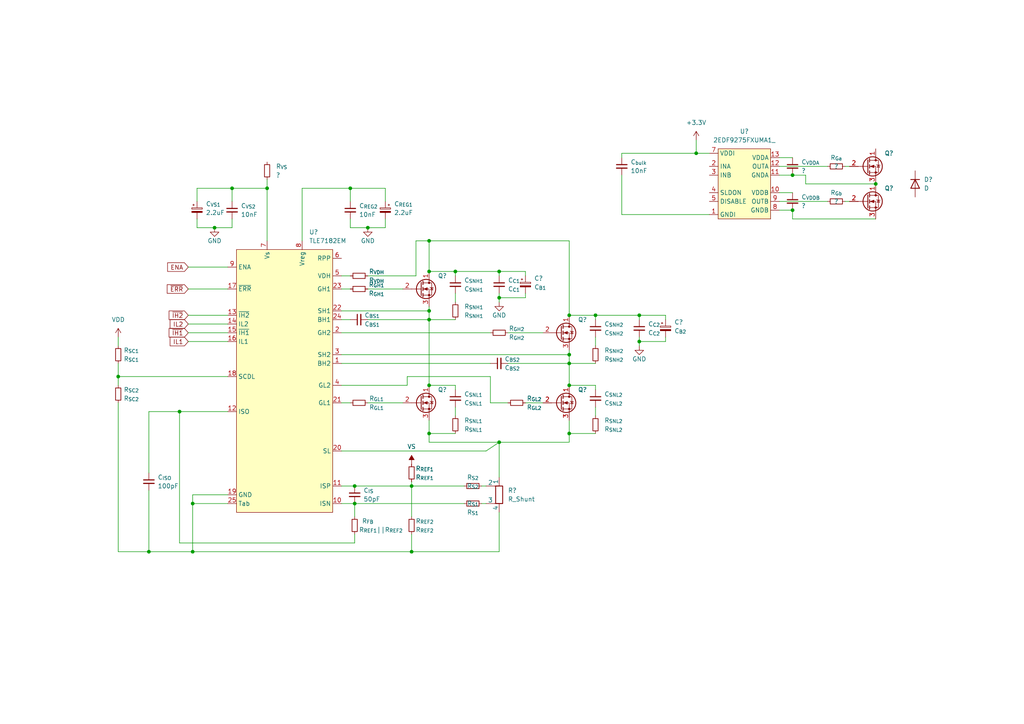
<source format=kicad_sch>
(kicad_sch (version 20211123) (generator eeschema)
  (paper "A4")
  (lib_symbols
    (symbol "Device:C_Polarized_Small" (pin_numbers hide) (pin_names (offset 0.254) hide)
      (property "Reference" "C" (at 0.254 1.778 0))
      (property "Value" "C_Polarized_Small" (at 0.254 -2.032 0))
      (symbol "C_Polarized_Small_0_1"
        (rectangle (start -1.524 -0.3048) (end 1.524 -0.6858) (fill (type outline)))
        (rectangle (start -1.524 0.6858) (end 1.524 0.3048))
        (polyline (pts (xy -1.27 1.524) (xy -0.762 1.524)))
        (polyline (pts (xy -1.016 1.27) (xy -1.016 1.778)))
      )
      (symbol "C_Polarized_Small_1_1"
        (pin passive line (at 0 2.54 270) (length 1.8542) (name "~") (number "1"))
        (pin passive line (at 0 -2.54 90) (length 1.8542) (name "~") (number "2"))
      )
    )
    (symbol "Device:C_Small" (pin_numbers hide) (pin_names (offset 0.254) hide)
      (property "Reference" "C" (at 0.254 1.778 0))
      (property "Value" "C_Small" (at 0.254 -2.032 0))
      (symbol "C_Small_0_1"
        (polyline (pts (xy -1.524 -0.508) (xy 1.524 -0.508)) (stroke (width 0.3302)))
        (polyline (pts (xy -1.524 0.508) (xy 1.524 0.508)) (stroke (width 0.3048)))
      )
      (symbol "C_Small_1_1"
        (pin passive line (at 0 2.54 270) (length 2.032) (name "~") (number "1"))
        (pin passive line (at 0 -2.54 90) (length 2.032) (name "~") (number "2"))
      )
    )
    (symbol "Device:D" (pin_numbers hide) (pin_names (offset 1.016) hide)
      (property "Reference" "D" (at 0 2.54 0))
      (property "Value" "D" (at 0 -2.54 0))
      (symbol "D_0_1"
        (polyline (pts (xy -1.27 1.27) (xy -1.27 -1.27)) (stroke (width 0.254)))
        (polyline (pts (xy 1.27 0) (xy -1.27 0)))
        (polyline (pts (xy 1.27 1.27) (xy 1.27 -1.27) (xy -1.27 0) (xy 1.27 1.27)) (stroke (width 0.254)))
      )
      (symbol "D_1_1"
        (pin passive line (at -3.81 0 0) (length 2.54) (name "K") (number "1"))
        (pin passive line (at 3.81 0 180) (length 2.54) (name "A") (number "2"))
      )
    )
    (symbol "Device:Q_NMOS_DGS" (pin_names (offset 0) hide)
      (property "Reference" "Q" (at 5.08 1.27 0))
      (property "Value" "Q_NMOS_DGS" (at 5.08 -1.27 0))
      (symbol "Q_NMOS_DGS_0_1"
        (polyline (pts (xy 0.254 0) (xy -2.54 0)))
        (polyline (pts (xy 0.254 1.905) (xy 0.254 -1.905)) (stroke (width 0.254)))
        (polyline (pts (xy 0.762 -1.27) (xy 0.762 -2.286)) (stroke (width 0.254)))
        (polyline (pts (xy 0.762 0.508) (xy 0.762 -0.508)) (stroke (width 0.254)))
        (polyline (pts (xy 0.762 2.286) (xy 0.762 1.27)) (stroke (width 0.254)))
        (polyline (pts (xy 2.54 2.54) (xy 2.54 1.778)))
        (polyline (pts (xy 2.54 -2.54) (xy 2.54 0) (xy 0.762 0)))
        (polyline (pts (xy 0.762 -1.778) (xy 3.302 -1.778) (xy 3.302 1.778) (xy 0.762 1.778)))
        (polyline (pts (xy 1.016 0) (xy 2.032 0.381) (xy 2.032 -0.381) (xy 1.016 0)) (fill (type outline)))
        (polyline (pts (xy 2.794 0.508) (xy 2.921 0.381) (xy 3.683 0.381) (xy 3.81 0.254)))
        (polyline (pts (xy 3.302 0.381) (xy 2.921 -0.254) (xy 3.683 -0.254) (xy 3.302 0.381)))
        (circle (center 1.651 0) (radius 2.794) (stroke (width 0.254)))
        (circle (center 2.54 -1.778) (radius 0.254) (fill (type outline)))
        (circle (center 2.54 1.778) (radius 0.254) (fill (type outline)))
      )
      (symbol "Q_NMOS_DGS_1_1"
        (pin passive line (at 2.54 5.08 270) (length 2.54) (name "D") (number "1"))
        (pin input line (at -5.08 0 0) (length 2.54) (name "G") (number "2"))
        (pin passive line (at 2.54 -5.08 90) (length 2.54) (name "S") (number "3"))
      )
    )
    (symbol "Device:R_Shunt" (pin_numbers hide) (pin_names (offset 0))
      (property "Reference" "R" (at -4.445 0 90))
      (property "Value" "R_Shunt" (at -2.54 0 90))
      (symbol "R_Shunt_0_1"
        (rectangle (start -1.016 -2.54) (end 1.016 2.54) (stroke (width 0.254)))
        (polyline (pts (xy 0 -2.54) (xy 1.27 -2.54)))
        (polyline (pts (xy 1.27 2.54) (xy 0 2.54)))
      )
      (symbol "R_Shunt_1_1"
        (pin passive line (at 0 5.08 270) (length 2.54) (name "1") (number "1"))
        (pin passive line (at 3.81 2.54 180) (length 2.54) (name "2") (number "2"))
        (pin passive line (at 3.81 -2.54 180) (length 2.54) (name "3") (number "3"))
        (pin passive line (at 0 -5.08 90) (length 2.54) (name "4") (number "4"))
      )
    )
    (symbol "Device:R_Small" (pin_numbers hide) (pin_names (offset 0.254) hide)
      (property "Reference" "R" (at 0.762 0.508 0))
      (property "Value" "R_Small" (at 0.762 -1.016 0))
      (symbol "R_Small_0_1"
        (rectangle (start -0.762 1.778) (end 0.762 -1.778) (stroke (width 0.2032)))
      )
      (symbol "R_Small_1_1"
        (pin passive line (at 0 2.54 270) (length 0.762) (name "~") (number "1"))
        (pin passive line (at 0 -2.54 90) (length 0.762) (name "~") (number "2"))
      )
    )
    (symbol "MySymbols:2EDF9275FXUMA1_"
      (property "Reference" "U" (at -6.35 10.16 0))
      (property "Value" "2EDF9275FXUMA1_" (at 1.27 -12.7 0))
      (symbol "2EDF9275FXUMA1__0_1"
        (rectangle (start -7.62 8.89) (end 7.62 -11.43) (fill (type background)))
      )
      (symbol "2EDF9275FXUMA1__1_1"
        (pin input line (at -10.16 -10.16 0) (length 2.54) (name "GNDI") (number "1"))
        (pin output line (at 10.16 -3.81 180) (length 2.54) (name "VDDB") (number "10"))
        (pin output line (at 10.16 1.27 180) (length 2.54) (name "GNDA") (number "11"))
        (pin output line (at 10.16 3.81 180) (length 2.54) (name "OUTA") (number "12"))
        (pin power_in line (at 10.16 6.35 180) (length 2.54) (name "VDDA") (number "13"))
        (pin input line (at -10.16 3.81 0) (length 2.54) (name "INA") (number "2"))
        (pin input line (at -10.16 1.27 0) (length 2.54) (name "INB") (number "3"))
        (pin input line (at -10.16 -3.81 0) (length 2.54) (name "SLDON") (number "4"))
        (pin input line (at -10.16 -6.35 0) (length 2.54) (name "DISABLE") (number "5"))
        (pin no_connect line (at 0 -13.97 90) (length 2.54) hide (name "N.C.") (number "6"))
        (pin power_in line (at -10.16 7.62 0) (length 2.54) (name "VDDI") (number "7"))
        (pin unspecified line (at 10.16 -8.89 180) (length 2.54) (name "GNDB") (number "8"))
        (pin output line (at 10.16 -6.35 180) (length 2.54) (name "OUTB") (number "9"))
      )
    )
    (symbol "MySymbols:TLE7182EM"
      (property "Reference" "U" (at -12.7 11.43 0))
      (property "Value" "TLE7182EM" (at 11.43 11.43 0))
      (symbol "TLE7182EM_0_1"
        (rectangle (start -13.97 10.16) (end 13.97 -66.04) (fill (type background)))
      )
      (symbol "TLE7182EM_1_1"
        (pin input line (at 16.51 -22.86 180) (length 2.54) (name "BH2") (number "1"))
        (pin input line (at 16.51 -63.5 180) (length 2.54) (name "ISN") (number "10"))
        (pin input line (at 16.51 -58.42 180) (length 2.54) (name "ISP") (number "11"))
        (pin output line (at -16.51 -36.83 0) (length 2.54) (name "ISO") (number "12"))
        (pin input line (at -16.51 -8.89 0) (length 2.54) (name "~{IH2}") (number "13"))
        (pin input line (at -16.51 -11.43 0) (length 2.54) (name "IL2") (number "14"))
        (pin input line (at -16.51 -13.97 0) (length 2.54) (name "~{IH1}") (number "15"))
        (pin input line (at -16.51 -16.51 0) (length 2.54) (name "IL1") (number "16"))
        (pin input line (at -16.51 -1.27 0) (length 2.54) (name "~{ERR}") (number "17"))
        (pin input line (at -16.51 -26.67 0) (length 2.54) (name "SCDL") (number "18"))
        (pin unspecified line (at -16.51 -60.96 0) (length 2.54) (name "GND") (number "19"))
        (pin output line (at 16.51 -13.97 180) (length 2.54) (name "GH2") (number "2"))
        (pin input line (at 16.51 -48.26 180) (length 2.54) (name "SL") (number "20"))
        (pin output line (at 16.51 -34.29 180) (length 2.54) (name "GL1") (number "21"))
        (pin input line (at 16.51 -7.62 180) (length 2.54) (name "SH1") (number "22"))
        (pin output line (at 16.51 -1.27 180) (length 2.54) (name "GH1") (number "23"))
        (pin input line (at 16.51 -10.16 180) (length 2.54) (name "BH1") (number "24"))
        (pin output line (at -16.51 -63.5 0) (length 2.54) (name "Tab") (number "25"))
        (pin input line (at 16.51 -20.32 180) (length 2.54) (name "SH2") (number "3"))
        (pin output line (at 16.51 -29.21 180) (length 2.54) (name "GL2") (number "4"))
        (pin input line (at 16.51 2.54 180) (length 2.54) (name "VDH") (number "5"))
        (pin power_out line (at 16.51 7.62 180) (length 2.54) (name "RPP") (number "6"))
        (pin power_in line (at -5.08 12.7 270) (length 2.54) (name "Vs") (number "7"))
        (pin power_out line (at 5.08 12.7 270) (length 2.54) (name "Vreg") (number "8"))
        (pin input line (at -16.51 5.08 0) (length 2.54) (name "ENA") (number "9"))
      )
    )
    (symbol "power:+3.3V" (power) (pin_names (offset 0))
      (property "Value" "+3.3V" (at 0 3.556 0))
      (symbol "+3.3V_0_1"
        (polyline (pts (xy -0.762 1.27) (xy 0 2.54)))
        (polyline (pts (xy 0 0) (xy 0 2.54)))
        (polyline (pts (xy 0 2.54) (xy 0.762 1.27)))
      )
      (symbol "+3.3V_1_1"
        (pin power_in line (at 0 0 90) (length 0) hide (name "+3.3V") (number "1"))
      )
    )
    (symbol "power:GND" (power) (pin_names (offset 0))
      (property "Value" "GND" (at 0 -3.81 0))
      (symbol "GND_0_1"
        (polyline (pts (xy 0 0) (xy 0 -1.27) (xy 1.27 -1.27) (xy 0 -2.54) (xy -1.27 -1.27) (xy 0 -1.27)))
      )
      (symbol "GND_1_1"
        (pin power_in line (at 0 0 270) (length 0) hide (name "GND") (number "1"))
      )
    )
    (symbol "power:VDD" (power) (pin_names (offset 0))
      (property "Value" "VDD" (at 0 3.81 0))
      (symbol "VDD_0_1"
        (polyline (pts (xy -0.762 1.27) (xy 0 2.54)))
        (polyline (pts (xy 0 0) (xy 0 2.54)))
        (polyline (pts (xy 0 2.54) (xy 0.762 1.27)))
      )
      (symbol "VDD_1_1"
        (pin power_in line (at 0 0 90) (length 0) hide (name "VDD") (number "1"))
      )
    )
    (symbol "power:VS" (power) (pin_names (offset 0))
      (property "Value" "VS" (at 0 3.81 0))
      (symbol "VS_0_1"
        (polyline (pts (xy 0 0) (xy 0 2.54)))
        (polyline (pts (xy 0.762 1.27) (xy -0.762 1.27) (xy 0 2.54) (xy 0.762 1.27)) (fill (type outline)))
      )
      (symbol "VS_1_1"
        (pin power_in line (at 0 0 90) (length 0) hide (name "VS") (number "1"))
      )
    )
  )
  (junction (at 124.46 69.85))
  (junction (at 124.46 125.73))
  (junction (at 62.23 66.04))
  (junction (at 144.78 128.27))
  (junction (at 102.87 146.05))
  (junction (at 124.46 111.76))
  (junction (at 106.68 66.04))
  (junction (at 185.42 91.44))
  (junction (at 144.78 86.36))
  (junction (at 185.42 99.06))
  (junction (at 43.18 160.02))
  (junction (at 77.47 54.61))
  (junction (at 165.1 111.76))
  (junction (at 144.78 78.74))
  (junction (at 172.72 91.44))
  (junction (at 119.38 160.02))
  (junction (at 132.08 78.74))
  (junction (at 124.46 90.17))
  (junction (at 102.87 140.97))
  (junction (at 165.1 125.73))
  (junction (at 52.07 119.38))
  (junction (at 55.88 146.05))
  (junction (at 119.38 140.97))
  (junction (at 101.6 54.61))
  (junction (at 165.1 102.87))
  (junction (at 55.88 160.02))
  (junction (at 124.46 78.74))
  (junction (at 165.1 91.44))
  (junction (at 67.31 54.61))
  (junction (at 254 53.34))
  (junction (at 165.1 105.41))
  (junction (at 229.87 50.8))
  (junction (at 34.29 109.22))
  (junction (at 201.93 44.45))
  (junction (at 124.46 92.71))
  (junction (at 229.87 60.96))
  (wire (pts (xy 193.04 99.06) (xy 185.42 99.06)))
  (wire (pts (xy 152.4 85.09) (xy 152.4 86.36)))
  (wire (pts (xy 144.78 128.27) (xy 165.1 128.27)))
  (wire (pts (xy 201.93 44.45) (xy 201.93 40.64)))
  (wire (pts (xy 144.78 160.02) (xy 144.78 148.59)))
  (wire (pts (xy 120.65 69.85) (xy 120.65 80.01)))
  (wire (pts (xy 102.87 157.48) (xy 52.07 157.48)))
  (wire (pts (xy 172.72 113.03) (xy 172.72 111.76)))
  (wire (pts (xy 144.78 85.09) (xy 144.78 86.36)))
  (wire (pts (xy 111.76 54.61) (xy 111.76 58.42)))
  (wire (pts (xy 57.15 54.61) (xy 57.15 58.42)))
  (wire (pts (xy 62.23 66.04) (xy 57.15 66.04)))
  (wire (pts (xy 99.06 116.84) (xy 101.6 116.84)))
  (wire (pts (xy 226.06 50.8) (xy 229.87 50.8)))
  (wire (pts (xy 67.31 54.61) (xy 67.31 58.42)))
  (wire (pts (xy 34.29 109.22) (xy 34.29 111.76)))
  (wire (pts (xy 139.7 146.05) (xy 140.97 146.05)))
  (wire (pts (xy 43.18 142.24) (xy 43.18 160.02)))
  (wire (pts (xy 226.06 60.96) (xy 229.87 60.96)))
  (wire (pts (xy 119.38 140.97) (xy 119.38 149.86)))
  (wire (pts (xy 99.06 83.82) (xy 101.6 83.82)))
  (wire (pts (xy 124.46 125.73) (xy 132.08 125.73)))
  (wire (pts (xy 119.38 154.94) (xy 119.38 160.02)))
  (wire (pts (xy 165.1 105.41) (xy 172.72 105.41)))
  (wire (pts (xy 185.42 97.79) (xy 185.42 99.06)))
  (wire (pts (xy 106.68 92.71) (xy 124.46 92.71)))
  (wire (pts (xy 165.1 105.41) (xy 165.1 111.76)))
  (wire (pts (xy 54.61 77.47) (xy 66.04 77.47)))
  (wire (pts (xy 233.68 50.8) (xy 233.68 53.34)))
  (wire (pts (xy 132.08 78.74) (xy 144.78 78.74)))
  (wire (pts (xy 124.46 92.71) (xy 124.46 111.76)))
  (wire (pts (xy 124.46 92.71) (xy 132.08 92.71)))
  (wire (pts (xy 99.06 102.87) (xy 165.1 102.87)))
  (wire (pts (xy 165.1 128.27) (xy 165.1 125.73)))
  (wire (pts (xy 101.6 63.5) (xy 101.6 66.04)))
  (wire (pts (xy 124.46 111.76) (xy 132.08 111.76)))
  (wire (pts (xy 172.72 91.44) (xy 185.42 91.44)))
  (wire (pts (xy 102.87 146.05) (xy 102.87 149.86)))
  (wire (pts (xy 226.06 58.42) (xy 240.03 58.42)))
  (wire (pts (xy 245.11 58.42) (xy 246.38 58.42)))
  (wire (pts (xy 226.06 48.26) (xy 240.03 48.26)))
  (wire (pts (xy 205.74 44.45) (xy 201.93 44.45)))
  (wire (pts (xy 57.15 63.5) (xy 57.15 66.04)))
  (wire (pts (xy 119.38 140.97) (xy 134.62 140.97)))
  (wire (pts (xy 99.06 92.71) (xy 101.6 92.71)))
  (wire (pts (xy 165.1 105.41) (xy 165.1 102.87)))
  (wire (pts (xy 124.46 121.92) (xy 124.46 125.73)))
  (wire (pts (xy 180.34 44.45) (xy 180.34 45.72)))
  (wire (pts (xy 55.88 146.05) (xy 55.88 160.02)))
  (wire (pts (xy 124.46 125.73) (xy 124.46 128.27)))
  (wire (pts (xy 147.32 116.84) (xy 142.24 116.84)))
  (wire (pts (xy 172.72 118.11) (xy 172.72 120.65)))
  (wire (pts (xy 106.68 116.84) (xy 116.84 116.84)))
  (wire (pts (xy 152.4 86.36) (xy 144.78 86.36)))
  (wire (pts (xy 144.78 78.74) (xy 152.4 78.74)))
  (wire (pts (xy 165.1 91.44) (xy 172.72 91.44)))
  (wire (pts (xy 67.31 66.04) (xy 62.23 66.04)))
  (wire (pts (xy 99.06 80.01) (xy 101.6 80.01)))
  (wire (pts (xy 193.04 91.44) (xy 193.04 92.71)))
  (wire (pts (xy 185.42 91.44) (xy 193.04 91.44)))
  (wire (pts (xy 106.68 80.01) (xy 120.65 80.01)))
  (wire (pts (xy 87.63 54.61) (xy 101.6 54.61)))
  (wire (pts (xy 132.08 118.11) (xy 132.08 120.65)))
  (wire (pts (xy 54.61 93.98) (xy 66.04 93.98)))
  (wire (pts (xy 99.06 96.52) (xy 142.24 96.52)))
  (wire (pts (xy 99.06 140.97) (xy 102.87 140.97)))
  (wire (pts (xy 124.46 90.17) (xy 99.06 90.17)))
  (wire (pts (xy 147.32 105.41) (xy 165.1 105.41)))
  (wire (pts (xy 99.06 146.05) (xy 102.87 146.05)))
  (wire (pts (xy 77.47 54.61) (xy 67.31 54.61)))
  (wire (pts (xy 124.46 128.27) (xy 144.78 128.27)))
  (wire (pts (xy 66.04 119.38) (xy 52.07 119.38)))
  (wire (pts (xy 185.42 99.06) (xy 185.42 100.33)))
  (wire (pts (xy 165.1 101.6) (xy 165.1 102.87)))
  (wire (pts (xy 172.72 97.79) (xy 172.72 100.33)))
  (wire (pts (xy 34.29 160.02) (xy 43.18 160.02)))
  (wire (pts (xy 67.31 63.5) (xy 67.31 66.04)))
  (wire (pts (xy 165.1 91.44) (xy 165.1 69.85)))
  (wire (pts (xy 172.72 92.71) (xy 172.72 91.44)))
  (wire (pts (xy 165.1 125.73) (xy 172.72 125.73)))
  (wire (pts (xy 132.08 80.01) (xy 132.08 78.74)))
  (wire (pts (xy 106.68 66.04) (xy 111.76 66.04)))
  (wire (pts (xy 52.07 119.38) (xy 52.07 157.48)))
  (wire (pts (xy 144.78 86.36) (xy 144.78 87.63)))
  (wire (pts (xy 165.1 69.85) (xy 124.46 69.85)))
  (wire (pts (xy 77.47 69.85) (xy 77.47 54.61)))
  (wire (pts (xy 43.18 160.02) (xy 55.88 160.02)))
  (wire (pts (xy 54.61 91.44) (xy 66.04 91.44)))
  (wire (pts (xy 144.78 80.01) (xy 144.78 78.74)))
  (wire (pts (xy 147.32 96.52) (xy 157.48 96.52)))
  (wire (pts (xy 34.29 97.79) (xy 34.29 100.33)))
  (wire (pts (xy 66.04 109.22) (xy 34.29 109.22)))
  (wire (pts (xy 132.08 113.03) (xy 132.08 111.76)))
  (wire (pts (xy 34.29 105.41) (xy 34.29 109.22)))
  (wire (pts (xy 118.11 109.22) (xy 118.11 111.76)))
  (wire (pts (xy 140.97 130.81) (xy 144.78 128.27)))
  (wire (pts (xy 124.46 78.74) (xy 132.08 78.74)))
  (wire (pts (xy 87.63 69.85) (xy 87.63 54.61)))
  (wire (pts (xy 152.4 78.74) (xy 152.4 80.01)))
  (wire (pts (xy 55.88 143.51) (xy 66.04 143.51)))
  (wire (pts (xy 120.65 69.85) (xy 124.46 69.85)))
  (wire (pts (xy 132.08 85.09) (xy 132.08 87.63)))
  (wire (pts (xy 111.76 63.5) (xy 111.76 66.04)))
  (wire (pts (xy 124.46 88.9) (xy 124.46 90.17)))
  (wire (pts (xy 34.29 116.84) (xy 34.29 160.02)))
  (wire (pts (xy 101.6 54.61) (xy 101.6 58.42)))
  (wire (pts (xy 165.1 121.92) (xy 165.1 125.73)))
  (wire (pts (xy 54.61 99.06) (xy 66.04 99.06)))
  (wire (pts (xy 119.38 160.02) (xy 144.78 160.02)))
  (wire (pts (xy 226.06 55.88) (xy 229.87 55.88)))
  (wire (pts (xy 124.46 69.85) (xy 124.46 78.74)))
  (wire (pts (xy 77.47 52.07) (xy 77.47 54.61)))
  (wire (pts (xy 52.07 119.38) (xy 43.18 119.38)))
  (wire (pts (xy 102.87 146.05) (xy 134.62 146.05)))
  (wire (pts (xy 245.11 48.26) (xy 246.38 48.26)))
  (wire (pts (xy 118.11 111.76) (xy 99.06 111.76)))
  (wire (pts (xy 205.74 62.23) (xy 180.34 62.23)))
  (wire (pts (xy 99.06 130.81) (xy 140.97 130.81)))
  (wire (pts (xy 142.24 109.22) (xy 118.11 109.22)))
  (wire (pts (xy 254 63.5) (xy 229.87 63.5)))
  (wire (pts (xy 43.18 119.38) (xy 43.18 137.16)))
  (wire (pts (xy 229.87 63.5) (xy 229.87 60.96)))
  (wire (pts (xy 142.24 116.84) (xy 142.24 109.22)))
  (wire (pts (xy 55.88 143.51) (xy 55.88 146.05)))
  (wire (pts (xy 102.87 140.97) (xy 119.38 140.97)))
  (wire (pts (xy 54.61 83.82) (xy 66.04 83.82)))
  (wire (pts (xy 119.38 139.7) (xy 119.38 140.97)))
  (wire (pts (xy 193.04 97.79) (xy 193.04 99.06)))
  (wire (pts (xy 101.6 66.04) (xy 106.68 66.04)))
  (wire (pts (xy 139.7 140.97) (xy 140.97 140.97)))
  (wire (pts (xy 106.68 83.82) (xy 116.84 83.82)))
  (wire (pts (xy 185.42 92.71) (xy 185.42 91.44)))
  (wire (pts (xy 229.87 50.8) (xy 233.68 50.8)))
  (wire (pts (xy 233.68 53.34) (xy 254 53.34)))
  (wire (pts (xy 152.4 116.84) (xy 157.48 116.84)))
  (wire (pts (xy 201.93 44.45) (xy 180.34 44.45)))
  (wire (pts (xy 99.06 105.41) (xy 142.24 105.41)))
  (wire (pts (xy 66.04 146.05) (xy 55.88 146.05)))
  (wire (pts (xy 102.87 154.94) (xy 102.87 157.48)))
  (wire (pts (xy 101.6 54.61) (xy 111.76 54.61)))
  (wire (pts (xy 67.31 54.61) (xy 57.15 54.61)))
  (wire (pts (xy 119.38 160.02) (xy 55.88 160.02)))
  (wire (pts (xy 180.34 62.23) (xy 180.34 50.8)))
  (wire (pts (xy 144.78 128.27) (xy 144.78 138.43)))
  (wire (pts (xy 54.61 96.52) (xy 66.04 96.52)))
  (wire (pts (xy 226.06 45.72) (xy 229.87 45.72)))
  (wire (pts (xy 124.46 92.71) (xy 124.46 90.17)))
  (wire (pts (xy 165.1 111.76) (xy 172.72 111.76)))
  (global_label "~{ERR}" (shape input) (at 54.61 83.82 180) (property "Intersheet References" "${INTERSHEET_REFS}" (effects hide)))
  (global_label "IL1" (shape input) (at 54.61 99.06 180) (property "Intersheet References" "${INTERSHEET_REFS}" (effects hide)))
  (global_label "~{IH2}" (shape input) (at 54.61 91.44 180) (property "Intersheet References" "${INTERSHEET_REFS}" (effects hide)))
  (global_label "IL2" (shape input) (at 54.61 93.98 180) (property "Intersheet References" "${INTERSHEET_REFS}" (effects hide)))
  (global_label "~{IH1}" (shape input) (at 54.61 96.52 180) (property "Intersheet References" "${INTERSHEET_REFS}" (effects hide)))
  (global_label "ENA" (shape input) (at 54.61 77.47 180) (property "Intersheet References" "${INTERSHEET_REFS}" (effects hide)))
  (symbol (lib_id "Device:C_Small") (at 229.87 58.42 0) (unit 1)
    (property "Reference" "C_{VDDB}" (at 232.41 57.1562 0) (effects (justify left)))
    (property "Value" "?" (at 232.41 59.6962 0) (effects (justify left)))
  )
  (symbol (lib_id "Device:Q_NMOS_DGS") (at 162.56 116.84 0) (unit 1)
    (property "Reference" "Q?" (at 167.64 113.03 0) (effects (justify left)))
    (property "Value" "Q_NMOS_DGS" (effects hide))
  )
  (symbol (lib_id "power:GND") (at 144.78 87.63 0) (unit 1)
    (property "Reference" "#PWR?" (effects hide))
    (property "Value" "GND" (at 144.78 91.44 0))
  )
  (symbol (lib_id "Device:R_Small") (at 137.16 146.05 90) (unit 1)
    (property "Reference" "R_{S1}" (at 137.16 146.05 90))
    (property "Value" "R_{S1}" (at 137.16 148.59 90))
  )
  (symbol (lib_id "Device:R_Small") (at 104.14 83.82 270) (unit 1)
    (property "Reference" "R_{GH1}" (at 109.22 85.09 90))
    (property "Value" "R_{GH1}" (at 109.22 82.55 90))
  )
  (symbol (lib_id "Device:R_Small") (at 144.78 96.52 270) (unit 1)
    (property "Reference" "R_{GH2}" (at 149.86 97.79 90))
    (property "Value" "R_{GH2}" (at 149.86 95.25 90))
  )
  (symbol (lib_id "Device:C_Small") (at 102.87 143.51 0) (unit 1)
    (property "Reference" "C_{IS}" (at 105.41 142.2462 0) (effects (justify left)))
    (property "Value" "50pF" (at 105.41 144.7862 0) (effects (justify left)))
  )
  (symbol (lib_id "MySymbols:2EDF9275FXUMA1_") (at 215.9 52.07 0) (unit 1)
    (property "Reference" "U?" (at 215.9 38.1 0))
    (property "Value" "2EDF9275FXUMA1_" (at 215.9 40.64 0))
  )
  (symbol (lib_id "power:VS") (at 119.38 134.62 0) (unit 1)
    (property "Reference" "#PWR?" (effects hide))
    (property "Value" "VS" (at 119.38 129.54 0))
  )
  (symbol (lib_id "Device:C_Small") (at 185.42 95.25 0) (unit 1)
    (property "Reference" "C_{C2}" (at 187.96 93.9862 0) (effects (justify left)))
    (property "Value" "C_{C2}" (at 187.96 96.5262 0) (effects (justify left)))
  )
  (symbol (lib_id "Device:Q_NMOS_DGS") (at 251.46 48.26 0) (unit 1)
    (property "Reference" "Q?" (at 256.54 44.45 0) (effects (justify left)))
    (property "Value" "Q_NMOS_DGS" (effects hide))
  )
  (symbol (lib_id "Device:C_Small") (at 101.6 60.96 0) (unit 1)
    (property "Reference" "C_{REG2}" (at 104.14 59.6962 0) (effects (justify left)))
    (property "Value" "10nF" (at 104.14 62.2362 0) (effects (justify left)))
  )
  (symbol (lib_id "Device:D") (at 265.43 53.34 270) (unit 1)
    (property "Reference" "D?" (at 267.97 52.0699 90) (effects (justify left)))
    (property "Value" "D" (at 267.97 54.6099 90) (effects (justify left)))
  )
  (symbol (lib_id "Device:C_Small") (at 104.14 92.71 90) (unit 1)
    (property "Reference" "C_{BS1}" (at 107.95 93.98 90))
    (property "Value" "C_{BS1}" (at 107.95 91.44 90))
  )
  (symbol (lib_id "Device:R_Small") (at 104.14 80.01 270) (unit 1)
    (property "Reference" "R_{VDH}" (at 109.22 81.28 90))
    (property "Value" "R_{VDH}" (at 109.22 78.74 90))
  )
  (symbol (lib_id "Device:C_Small") (at 144.78 105.41 90) (unit 1)
    (property "Reference" "C_{BS2}" (at 148.59 106.68 90))
    (property "Value" "C_{BS2}" (at 148.59 104.14 90))
  )
  (symbol (lib_id "Device:C_Small") (at 67.31 60.96 0) (unit 1)
    (property "Reference" "C_{VS2}" (at 69.85 59.6962 0) (effects (justify left)))
    (property "Value" "10nF" (at 69.85 62.2362 0) (effects (justify left)))
  )
  (symbol (lib_id "Device:R_Small") (at 132.08 123.19 0) (unit 1)
    (property "Reference" "R_{SNL1}" (at 134.62 121.9199 0) (effects (justify left)))
    (property "Value" "R_{SNL1}" (at 134.62 124.4599 0) (effects (justify left)))
  )
  (symbol (lib_id "Device:C_Polarized_Small") (at 152.4 82.55 0) (unit 1)
    (property "Reference" "C?" (at 154.94 80.7338 0) (effects (justify left)))
    (property "Value" "C_{B1}" (at 154.94 83.2738 0) (effects (justify left)))
  )
  (symbol (lib_id "Device:C_Small") (at 229.87 48.26 0) (unit 1)
    (property "Reference" "C_{VDDA}" (at 232.41 46.9962 0) (effects (justify left)))
    (property "Value" "?" (at 232.41 49.5362 0) (effects (justify left)))
  )
  (symbol (lib_id "Device:C_Small") (at 43.18 139.7 0) (unit 1)
    (property "Reference" "C_{ISO}" (at 45.72 138.4362 0) (effects (justify left)))
    (property "Value" "100pF" (at 45.72 140.9762 0) (effects (justify left)))
  )
  (symbol (lib_id "Device:R_Small") (at 172.72 123.19 0) (unit 1)
    (property "Reference" "R_{SNL2}" (at 175.26 121.9199 0) (effects (justify left)))
    (property "Value" "R_{SNL2}" (at 175.26 124.4599 0) (effects (justify left)))
  )
  (symbol (lib_id "Device:C_Polarized_Small") (at 57.15 60.96 0) (unit 1)
    (property "Reference" "C_{VS1}" (at 59.69 59.1438 0) (effects (justify left)))
    (property "Value" "2.2uF" (at 59.69 61.6838 0) (effects (justify left)))
  )
  (symbol (lib_id "Device:C_Small") (at 144.78 82.55 0) (unit 1)
    (property "Reference" "C_{C1}" (at 147.32 81.2862 0) (effects (justify left)))
    (property "Value" "C_{C1}" (at 147.32 83.8262 0) (effects (justify left)))
  )
  (symbol (lib_id "Device:R_Small") (at 149.86 116.84 270) (unit 1)
    (property "Reference" "R_{GL2}" (at 154.94 118.11 90))
    (property "Value" "R_{GL2}" (at 154.94 115.57 90))
  )
  (symbol (lib_id "Device:R_Small") (at 242.57 58.42 270) (unit 1)
    (property "Reference" "R_{Gb}" (at 242.57 55.88 90))
    (property "Value" "?" (at 242.57 58.42 90))
  )
  (symbol (lib_id "Device:C_Small") (at 132.08 82.55 0) (unit 1)
    (property "Reference" "C_{SNH1}" (at 134.62 81.2862 0) (effects (justify left)))
    (property "Value" "C_{SNH1}" (at 134.62 83.8262 0) (effects (justify left)))
  )
  (symbol (lib_id "Device:R_Small") (at 119.38 152.4 0) (unit 1)
    (property "Reference" "R_{REF2}" (at 123.19 153.67 0))
    (property "Value" "R_{REF2}" (at 123.19 151.13 0))
  )
  (symbol (lib_id "Device:R_Small") (at 119.38 137.16 0) (unit 1)
    (property "Reference" "R_{REF1}" (at 123.19 138.43 0))
    (property "Value" "R_{REF1}" (at 123.19 135.89 0))
  )
  (symbol (lib_id "Device:C_Polarized_Small") (at 111.76 60.96 0) (mirror y) (unit 1)
    (property "Reference" "C_{REG1}" (at 114.3 59.1438 0) (effects (justify right)))
    (property "Value" "2.2uF" (at 114.3 61.6838 0) (effects (justify right)))
  )
  (symbol (lib_id "power:GND") (at 62.23 66.04 0) (unit 1)
    (property "Reference" "#PWR?" (effects hide))
    (property "Value" "GND" (at 62.23 69.85 0))
  )
  (symbol (lib_id "MySymbols:TLE7182EM") (at 82.55 82.55 0) (unit 1)
    (property "Reference" "U?" (at 89.6494 67.31 0) (effects (justify left)))
    (property "Value" "TLE7182EM" (at 89.6494 69.85 0) (effects (justify left)))
  )
  (symbol (lib_id "Device:C_Small") (at 172.72 95.25 0) (unit 1)
    (property "Reference" "C_{SNH2}" (at 175.26 93.9862 0) (effects (justify left)))
    (property "Value" "C_{SNH2}" (at 175.26 96.5262 0) (effects (justify left)))
  )
  (symbol (lib_id "Device:R_Small") (at 172.72 102.87 0) (unit 1)
    (property "Reference" "R_{SNH2}" (at 175.26 101.5999 0) (effects (justify left)))
    (property "Value" "R_{SNH2}" (at 175.26 104.1399 0) (effects (justify left)))
  )
  (symbol (lib_id "Device:C_Small") (at 180.34 48.26 0) (unit 1)
    (property "Reference" "C_{bulk}" (at 182.88 46.9962 0) (effects (justify left)))
    (property "Value" "10nF" (at 182.88 49.5362 0) (effects (justify left)))
  )
  (symbol (lib_id "Device:R_Small") (at 137.16 140.97 90) (unit 1)
    (property "Reference" "R_{S2}" (at 137.16 138.43 90))
    (property "Value" "R_{S2}" (at 137.16 140.97 90))
  )
  (symbol (lib_id "Device:C_Small") (at 172.72 115.57 0) (unit 1)
    (property "Reference" "C_{SNL2}" (at 175.26 114.3062 0) (effects (justify left)))
    (property "Value" "C_{SNL2}" (at 175.26 116.8462 0) (effects (justify left)))
  )
  (symbol (lib_id "Device:R_Small") (at 34.29 102.87 0) (unit 1)
    (property "Reference" "R_{SC1}" (at 38.1 104.14 0))
    (property "Value" "R_{SC1}" (at 38.1 101.6 0))
  )
  (symbol (lib_id "Device:Q_NMOS_DGS") (at 162.56 96.52 0) (unit 1)
    (property "Reference" "Q?" (at 167.64 92.71 0) (effects (justify left)))
    (property "Value" "Q_NMOS_DGS" (effects hide))
  )
  (symbol (lib_id "Device:R_Small") (at 34.29 114.3 0) (unit 1)
    (property "Reference" "R_{SC2}" (at 38.1 115.57 0))
    (property "Value" "R_{SC2}" (at 38.1 113.03 0))
  )
  (symbol (lib_id "Device:R_Small") (at 102.87 152.4 0) (unit 1)
    (property "Reference" "R_{REF1}||R_{REF2}" (at 110.49 153.67 0))
    (property "Value" "R_{FB}" (at 106.68 151.13 0))
  )
  (symbol (lib_id "Device:R_Small") (at 242.57 48.26 270) (unit 1)
    (property "Reference" "R_{Ga}" (at 242.57 45.72 90))
    (property "Value" "?" (at 242.57 48.26 90))
  )
  (symbol (lib_id "Device:Q_NMOS_DGS") (at 251.46 58.42 0) (unit 1)
    (property "Reference" "Q?" (at 256.54 54.61 0) (effects (justify left)))
    (property "Value" "Q_NMOS_DGS" (effects hide))
  )
  (symbol (lib_id "Device:R_Shunt") (at 144.78 143.51 0) (mirror y) (unit 1)
    (property "Reference" "R?" (at 147.32 142.2399 0) (effects (justify right)))
    (property "Value" "R_Shunt" (at 147.32 144.7799 0) (effects (justify right)))
  )
  (symbol (lib_id "power:VDD") (at 34.29 97.79 0) (unit 1)
    (property "Reference" "#PWR?" (effects hide))
    (property "Value" "VDD" (at 34.29 92.71 0))
  )
  (symbol (lib_id "Device:Q_NMOS_DGS") (at 121.92 116.84 0) (unit 1)
    (property "Reference" "Q?" (at 127 113.03 0) (effects (justify left)))
    (property "Value" "Q_NMOS_DGS" (effects hide))
  )
  (symbol (lib_id "power:+3.3V") (at 201.93 40.64 0) (unit 1)
    (property "Reference" "#PWR?" (effects hide))
    (property "Value" "+3.3V" (at 201.93 35.56 0))
  )
  (symbol (lib_id "power:GND") (at 106.68 66.04 0) (unit 1)
    (property "Reference" "#PWR?" (effects hide))
    (property "Value" "GND" (at 106.68 69.85 0))
  )
  (symbol (lib_id "Device:C_Polarized_Small") (at 193.04 95.25 0) (unit 1)
    (property "Reference" "C?" (at 195.58 93.4338 0) (effects (justify left)))
    (property "Value" "C_{B2}" (at 195.58 95.9738 0) (effects (justify left)))
  )
  (symbol (lib_id "Device:R_Small") (at 77.47 49.53 0) (unit 1)
    (property "Reference" "R_{VS}" (at 80.01 48.2599 0) (effects (justify left)))
    (property "Value" "?" (at 80.01 50.7999 0) (effects (justify left)))
  )
  (symbol (lib_id "power:GND") (at 185.42 100.33 0) (unit 1)
    (property "Reference" "#PWR?" (effects hide))
    (property "Value" "GND" (at 185.42 104.14 0))
  )
  (symbol (lib_id "Device:Q_NMOS_DGS") (at 121.92 83.82 0) (unit 1)
    (property "Reference" "Q?" (at 127 80.01 0) (effects (justify left)))
    (property "Value" "Q_NMOS_DGS" (effects hide))
  )
  (symbol (lib_id "Device:C_Small") (at 132.08 115.57 0) (unit 1)
    (property "Reference" "C_{SNL1}" (at 134.62 114.3062 0) (effects (justify left)))
    (property "Value" "C_{SNL1}" (at 134.62 116.8462 0) (effects (justify left)))
  )
  (symbol (lib_id "Device:R_Small") (at 104.14 116.84 270) (unit 1)
    (property "Reference" "R_{GL1}" (at 109.22 118.11 90))
    (property "Value" "R_{GL1}" (at 109.22 115.57 90))
  )
  (symbol (lib_id "Device:R_Small") (at 132.08 90.17 0) (unit 1)
    (property "Reference" "R_{SNH1}" (at 134.62 88.8999 0) (effects (justify left)))
    (property "Value" "R_{SNH1}" (at 134.62 91.4399 0) (effects (justify left)))
  )
)
</source>
